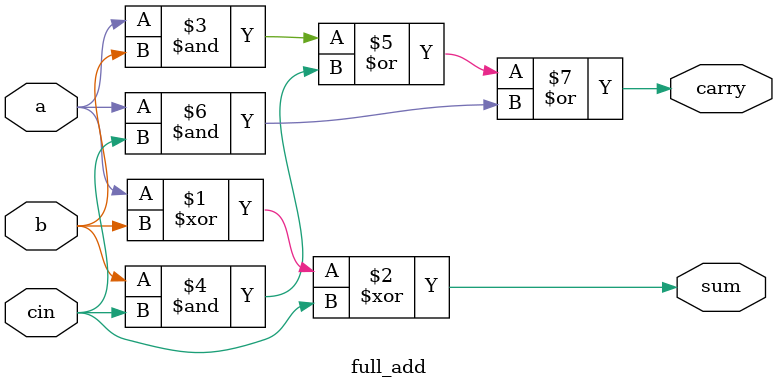
<source format=v>
module full_add (
    input  wire a, b, cin,   // Inputs
    output wire sum, carry   // Outputs
);

    // Logic equations
    assign sum   = a ^ b ^ cin;                  // XOR for sum
    assign carry = (a & b) | (b & cin) | (a & cin); // Majority function for carry

endmodule

</source>
